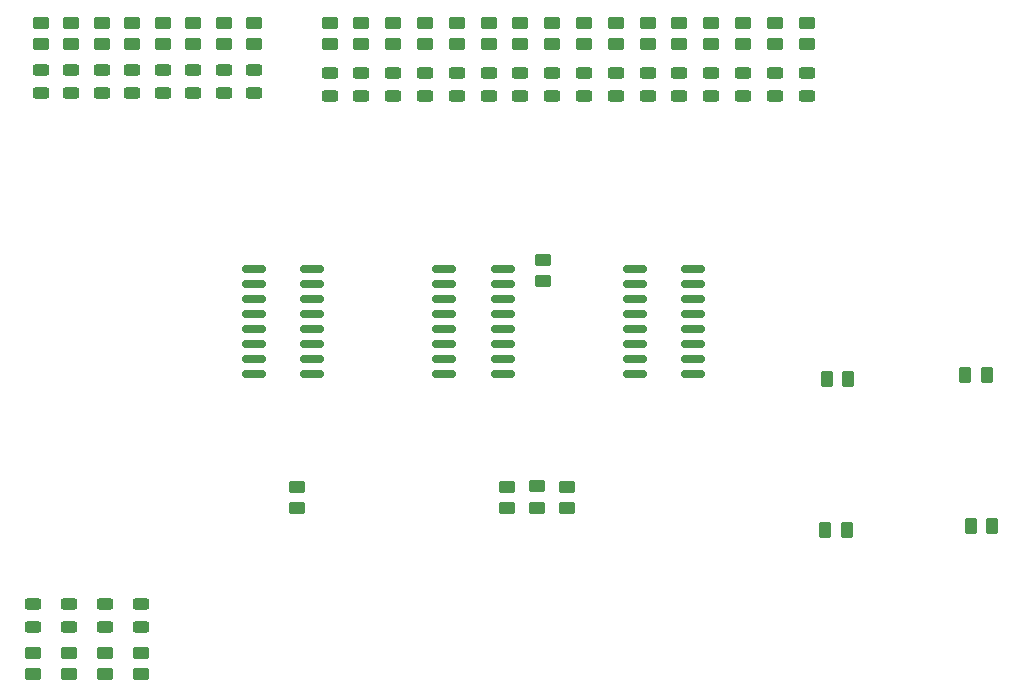
<source format=gbr>
%TF.GenerationSoftware,KiCad,Pcbnew,(6.0.0-0)*%
%TF.CreationDate,2022-01-13T01:42:20-05:00*%
%TF.ProjectId,ROM-Cartridge-programmer,524f4d2d-4361-4727-9472-696467652d70,rev?*%
%TF.SameCoordinates,Original*%
%TF.FileFunction,Paste,Top*%
%TF.FilePolarity,Positive*%
%FSLAX46Y46*%
G04 Gerber Fmt 4.6, Leading zero omitted, Abs format (unit mm)*
G04 Created by KiCad (PCBNEW (6.0.0-0)) date 2022-01-13 01:42:20*
%MOMM*%
%LPD*%
G01*
G04 APERTURE LIST*
G04 Aperture macros list*
%AMRoundRect*
0 Rectangle with rounded corners*
0 $1 Rounding radius*
0 $2 $3 $4 $5 $6 $7 $8 $9 X,Y pos of 4 corners*
0 Add a 4 corners polygon primitive as box body*
4,1,4,$2,$3,$4,$5,$6,$7,$8,$9,$2,$3,0*
0 Add four circle primitives for the rounded corners*
1,1,$1+$1,$2,$3*
1,1,$1+$1,$4,$5*
1,1,$1+$1,$6,$7*
1,1,$1+$1,$8,$9*
0 Add four rect primitives between the rounded corners*
20,1,$1+$1,$2,$3,$4,$5,0*
20,1,$1+$1,$4,$5,$6,$7,0*
20,1,$1+$1,$6,$7,$8,$9,0*
20,1,$1+$1,$8,$9,$2,$3,0*%
G04 Aperture macros list end*
%ADD10RoundRect,0.250000X0.450000X-0.262500X0.450000X0.262500X-0.450000X0.262500X-0.450000X-0.262500X0*%
%ADD11RoundRect,0.243750X-0.456250X0.243750X-0.456250X-0.243750X0.456250X-0.243750X0.456250X0.243750X0*%
%ADD12RoundRect,0.250000X-0.450000X0.262500X-0.450000X-0.262500X0.450000X-0.262500X0.450000X0.262500X0*%
%ADD13RoundRect,0.150000X-0.825000X-0.150000X0.825000X-0.150000X0.825000X0.150000X-0.825000X0.150000X0*%
%ADD14RoundRect,0.250000X-0.262500X-0.450000X0.262500X-0.450000X0.262500X0.450000X-0.262500X0.450000X0*%
%ADD15RoundRect,0.243750X0.456250X-0.243750X0.456250X0.243750X-0.456250X0.243750X-0.456250X-0.243750X0*%
G04 APERTURE END LIST*
D10*
%TO.C,R4*%
X158242000Y-97432500D03*
X158242000Y-95607500D03*
%TD*%
D11*
%TO.C,D20*%
X123502055Y-79580500D03*
X123502055Y-81455500D03*
%TD*%
D12*
%TO.C,R15*%
X153670000Y-75541500D03*
X153670000Y-77366500D03*
%TD*%
D13*
%TO.C,U1*%
X133796000Y-96393000D03*
X133796000Y-97663000D03*
X133796000Y-98933000D03*
X133796000Y-100203000D03*
X133796000Y-101473000D03*
X133796000Y-102743000D03*
X133796000Y-104013000D03*
X133796000Y-105283000D03*
X138746000Y-105283000D03*
X138746000Y-104013000D03*
X138746000Y-102743000D03*
X138746000Y-101473000D03*
X138746000Y-100203000D03*
X138746000Y-98933000D03*
X138746000Y-97663000D03*
X138746000Y-96393000D03*
%TD*%
D11*
%TO.C,D5*%
X150977600Y-79834500D03*
X150977600Y-81709500D03*
%TD*%
%TO.C,D11*%
X167132000Y-79834500D03*
X167132000Y-81709500D03*
%TD*%
%TO.C,D10*%
X164439600Y-79834500D03*
X164439600Y-81709500D03*
%TD*%
D10*
%TO.C,R37*%
X118110000Y-130706500D03*
X118110000Y-128881500D03*
%TD*%
D11*
%TO.C,D19*%
X120925770Y-79580500D03*
X120925770Y-81455500D03*
%TD*%
D12*
%TO.C,R32*%
X131230910Y-75541500D03*
X131230910Y-77366500D03*
%TD*%
D11*
%TO.C,D8*%
X159054800Y-79834500D03*
X159054800Y-81709500D03*
%TD*%
D12*
%TO.C,R31*%
X128654625Y-75541500D03*
X128654625Y-77366500D03*
%TD*%
%TO.C,R27*%
X118349485Y-75541500D03*
X118349485Y-77366500D03*
%TD*%
D11*
%TO.C,D7*%
X156362400Y-79834500D03*
X156362400Y-81709500D03*
%TD*%
D12*
%TO.C,R24*%
X177901600Y-75541500D03*
X177901600Y-77366500D03*
%TD*%
%TO.C,R14*%
X150977600Y-75541500D03*
X150977600Y-77366500D03*
%TD*%
D11*
%TO.C,D15*%
X177901600Y-79834500D03*
X177901600Y-81709500D03*
%TD*%
D10*
%TO.C,R34*%
X124206000Y-130706500D03*
X124206000Y-128881500D03*
%TD*%
D11*
%TO.C,D16*%
X180594000Y-79834500D03*
X180594000Y-81709500D03*
%TD*%
%TO.C,D23*%
X131230910Y-79580500D03*
X131230910Y-81455500D03*
%TD*%
D14*
%TO.C,R9*%
X194495500Y-118182000D03*
X196320500Y-118182000D03*
%TD*%
D12*
%TO.C,R23*%
X175209200Y-75541500D03*
X175209200Y-77366500D03*
%TD*%
D11*
%TO.C,D14*%
X175209200Y-79834500D03*
X175209200Y-81709500D03*
%TD*%
D12*
%TO.C,R33*%
X133807200Y-75541500D03*
X133807200Y-77366500D03*
%TD*%
D11*
%TO.C,D17*%
X115773200Y-79580500D03*
X115773200Y-81455500D03*
%TD*%
D10*
%TO.C,R2*%
X157734000Y-116586000D03*
X157734000Y-114761000D03*
%TD*%
D11*
%TO.C,D24*%
X133807200Y-79580500D03*
X133807200Y-81455500D03*
%TD*%
D14*
%TO.C,R6*%
X182284000Y-105694000D03*
X184109000Y-105694000D03*
%TD*%
D15*
%TO.C,D28*%
X118110000Y-126667500D03*
X118110000Y-124792500D03*
%TD*%
D10*
%TO.C,R5*%
X137414000Y-116633000D03*
X137414000Y-114808000D03*
%TD*%
D11*
%TO.C,D6*%
X153670000Y-79834500D03*
X153670000Y-81709500D03*
%TD*%
D10*
%TO.C,R3*%
X160274000Y-116633000D03*
X160274000Y-114808000D03*
%TD*%
D11*
%TO.C,D1*%
X140208000Y-79834500D03*
X140208000Y-81709500D03*
%TD*%
D12*
%TO.C,R16*%
X156362400Y-75541500D03*
X156362400Y-77366500D03*
%TD*%
D13*
%TO.C,U2*%
X149925000Y-96393000D03*
X149925000Y-97663000D03*
X149925000Y-98933000D03*
X149925000Y-100203000D03*
X149925000Y-101473000D03*
X149925000Y-102743000D03*
X149925000Y-104013000D03*
X149925000Y-105283000D03*
X154875000Y-105283000D03*
X154875000Y-104013000D03*
X154875000Y-102743000D03*
X154875000Y-101473000D03*
X154875000Y-100203000D03*
X154875000Y-98933000D03*
X154875000Y-97663000D03*
X154875000Y-96393000D03*
%TD*%
D12*
%TO.C,R29*%
X123502055Y-75541500D03*
X123502055Y-77366500D03*
%TD*%
D11*
%TO.C,D9*%
X161747200Y-79834500D03*
X161747200Y-81709500D03*
%TD*%
D15*
%TO.C,D25*%
X124206000Y-126667500D03*
X124206000Y-124792500D03*
%TD*%
D11*
%TO.C,D18*%
X118349485Y-79580500D03*
X118349485Y-81455500D03*
%TD*%
%TO.C,D21*%
X126078340Y-79580500D03*
X126078340Y-81455500D03*
%TD*%
D15*
%TO.C,D27*%
X115062000Y-126667500D03*
X115062000Y-124792500D03*
%TD*%
D12*
%TO.C,R10*%
X140208000Y-75541500D03*
X140208000Y-77366500D03*
%TD*%
D10*
%TO.C,R35*%
X121158000Y-130706500D03*
X121158000Y-128881500D03*
%TD*%
D14*
%TO.C,R7*%
X194015000Y-105392000D03*
X195840000Y-105392000D03*
%TD*%
D12*
%TO.C,R22*%
X172516800Y-75541500D03*
X172516800Y-77366500D03*
%TD*%
%TO.C,R21*%
X169824400Y-75541500D03*
X169824400Y-77366500D03*
%TD*%
D11*
%TO.C,D3*%
X145592800Y-79834500D03*
X145592800Y-81709500D03*
%TD*%
%TO.C,D12*%
X169824400Y-79834500D03*
X169824400Y-81709500D03*
%TD*%
D13*
%TO.C,U3*%
X166054000Y-96393000D03*
X166054000Y-97663000D03*
X166054000Y-98933000D03*
X166054000Y-100203000D03*
X166054000Y-101473000D03*
X166054000Y-102743000D03*
X166054000Y-104013000D03*
X166054000Y-105283000D03*
X171004000Y-105283000D03*
X171004000Y-104013000D03*
X171004000Y-102743000D03*
X171004000Y-101473000D03*
X171004000Y-100203000D03*
X171004000Y-98933000D03*
X171004000Y-97663000D03*
X171004000Y-96393000D03*
%TD*%
D11*
%TO.C,D4*%
X148285200Y-79834500D03*
X148285200Y-81709500D03*
%TD*%
D12*
%TO.C,R20*%
X167132000Y-75541500D03*
X167132000Y-77366500D03*
%TD*%
D11*
%TO.C,D13*%
X172516800Y-79834500D03*
X172516800Y-81709500D03*
%TD*%
D15*
%TO.C,D26*%
X121158000Y-126667500D03*
X121158000Y-124792500D03*
%TD*%
D10*
%TO.C,R1*%
X155194000Y-116633000D03*
X155194000Y-114808000D03*
%TD*%
%TO.C,R36*%
X115062000Y-130706500D03*
X115062000Y-128881500D03*
%TD*%
D14*
%TO.C,R8*%
X182191000Y-118508000D03*
X184016000Y-118508000D03*
%TD*%
D12*
%TO.C,R19*%
X164439600Y-75541500D03*
X164439600Y-77366500D03*
%TD*%
%TO.C,R17*%
X159054800Y-75541500D03*
X159054800Y-77366500D03*
%TD*%
%TO.C,R26*%
X115773200Y-75541500D03*
X115773200Y-77366500D03*
%TD*%
%TO.C,R12*%
X145542000Y-75541500D03*
X145542000Y-77366500D03*
%TD*%
%TO.C,R30*%
X126078340Y-75541500D03*
X126078340Y-77366500D03*
%TD*%
%TO.C,R18*%
X161747200Y-75541500D03*
X161747200Y-77366500D03*
%TD*%
%TO.C,R28*%
X120925770Y-75541500D03*
X120925770Y-77366500D03*
%TD*%
%TO.C,R11*%
X142900400Y-75541500D03*
X142900400Y-77366500D03*
%TD*%
%TO.C,R25*%
X180594000Y-75541500D03*
X180594000Y-77366500D03*
%TD*%
%TO.C,R13*%
X148285200Y-75541500D03*
X148285200Y-77366500D03*
%TD*%
D11*
%TO.C,D22*%
X128654625Y-79580500D03*
X128654625Y-81455500D03*
%TD*%
%TO.C,D2*%
X142900400Y-79834500D03*
X142900400Y-81709500D03*
%TD*%
M02*

</source>
